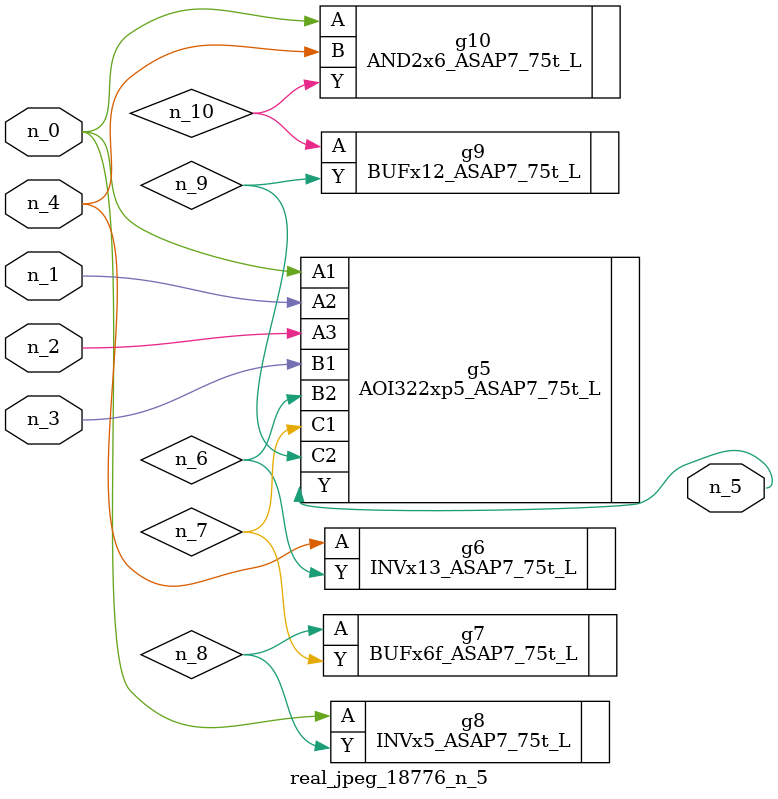
<source format=v>
module real_jpeg_18776_n_5 (n_4, n_0, n_1, n_2, n_3, n_5);

input n_4;
input n_0;
input n_1;
input n_2;
input n_3;

output n_5;

wire n_8;
wire n_6;
wire n_7;
wire n_10;
wire n_9;

AOI322xp5_ASAP7_75t_L g5 ( 
.A1(n_0),
.A2(n_1),
.A3(n_2),
.B1(n_3),
.B2(n_6),
.C1(n_7),
.C2(n_9),
.Y(n_5)
);

INVx5_ASAP7_75t_L g8 ( 
.A(n_0),
.Y(n_8)
);

AND2x6_ASAP7_75t_L g10 ( 
.A(n_0),
.B(n_4),
.Y(n_10)
);

INVx13_ASAP7_75t_L g6 ( 
.A(n_4),
.Y(n_6)
);

BUFx6f_ASAP7_75t_L g7 ( 
.A(n_8),
.Y(n_7)
);

BUFx12_ASAP7_75t_L g9 ( 
.A(n_10),
.Y(n_9)
);


endmodule
</source>
